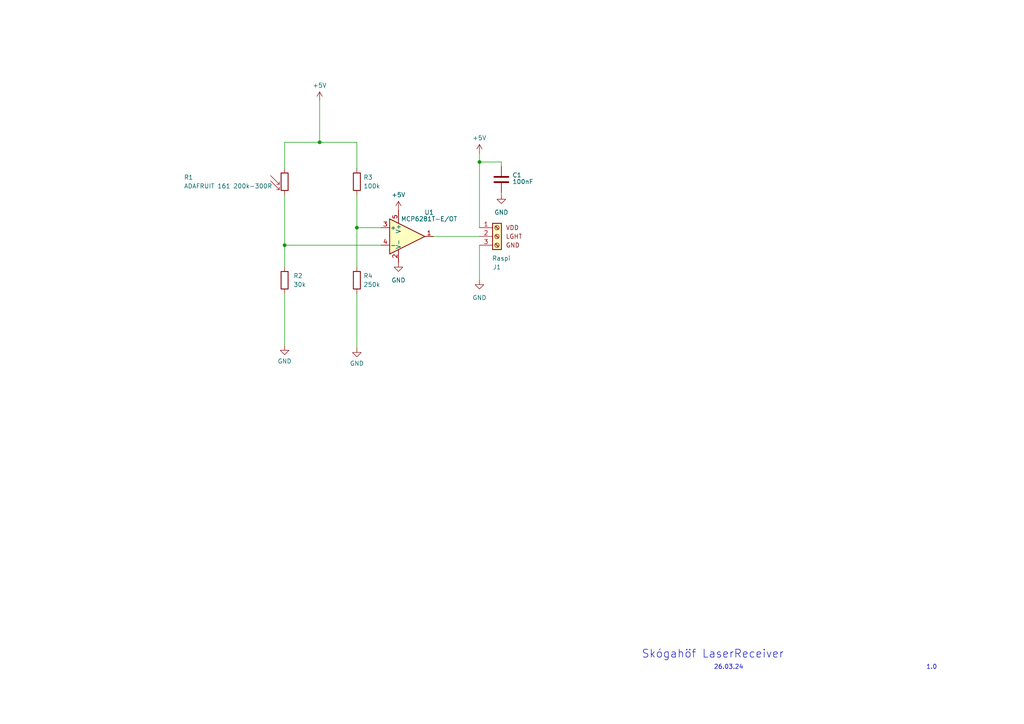
<source format=kicad_sch>
(kicad_sch (version 20230121) (generator eeschema)
  (paper "A4")
  (lib_symbols
    (symbol "Amplifier_Operational:MCP6L01x-xOT" (pin_names (offset 0.127))
      (property "Reference" "U" (at -1.27 6.35 0))
      (property "Value" "MCP6L01x-xOT" (at -1.27 3.81 0))
      (symbol "MCP6L01x-xOT_0_1"
        (polyline (pts (xy -5.08 5.08) (xy 5.08 0) (xy -5.08 -5.08) (xy -5.08 5.08)) (stroke (width 0.254)) (fill (type background)))
        (pin power_in line (at -2.54 -7.62 90) (length 3.81) (name "V-") (number "2"))
        (pin power_in line (at -2.54 7.62 270) (length 3.81) (name "V+") (number "5"))
      )
      (symbol "MCP6L01x-xOT_1_1"
        (pin output line (at 7.62 0 180) (length 2.54) (name "~") (number "1"))
        (pin input line (at -7.62 2.54 0) (length 2.54) (name "+") (number "3"))
        (pin input line (at -7.62 -2.54 0) (length 2.54) (name "-") (number "4"))
      )
    )
    (symbol "Connector:Screw_Terminal_01x03" (pin_names (offset 1.016) hide)
      (property "Reference" "J1" (at 0 -8.89 0))
      (property "Value" "Raspi" (at 1.27 -6.35 0))
      (symbol "Screw_Terminal_01x03_1_1"
        (rectangle (start -1.27 3.81) (end 1.27 -3.81) (stroke (width 0.254)) (fill (type background)))
        (circle (center 0 -2.54) (radius 0.635) (stroke (width 0.1524)))
        (polyline (pts (xy -0.5334 -2.2098) (xy 0.3302 -3.048)) (stroke (width 0.1524)))
        (polyline (pts (xy -0.5334 0.3302) (xy 0.3302 -0.508)) (stroke (width 0.1524)))
        (polyline (pts (xy -0.5334 2.8702) (xy 0.3302 2.032)) (stroke (width 0.1524)))
        (polyline (pts (xy -0.3556 -2.032) (xy 0.508 -2.8702)) (stroke (width 0.1524)))
        (polyline (pts (xy -0.3556 0.508) (xy 0.508 -0.3302)) (stroke (width 0.1524)))
        (polyline (pts (xy -0.3556 3.048) (xy 0.508 2.2098)) (stroke (width 0.1524)))
        (circle (center 0 0) (radius 0.635) (stroke (width 0.1524)))
        (circle (center 0 2.54) (radius 0.635) (stroke (width 0.1524)))
        (text "GND" (at 2.54 -2.54 0) (effects (font (size 1.27 1.27)) (justify left)))
        (text "LGHT" (at 2.54 0 0) (effects (font (size 1.27 1.27)) (justify left)))
        (text "VDD" (at 2.54 2.54 0) (effects (font (size 1.27 1.27)) (justify left)))
        (pin passive line (at -5.08 2.54 0) (length 3.81) (name "Pin_1") (number "1"))
        (pin passive line (at -5.08 0 0) (length 3.81) (name "Pin_2") (number "2"))
        (pin passive line (at -5.08 -2.54 0) (length 3.81) (name "Pin_3") (number "3"))
      )
    )
    (symbol "Device:C" (pin_numbers hide) (pin_names (offset 0.254))
      (property "Reference" "C" (at 0.635 2.54 0))
      (property "Value" "C" (at 0.635 -2.54 0))
      (symbol "C_0_1"
        (polyline (pts (xy -2.032 -0.762) (xy 2.032 -0.762)) (stroke (width 0.508)))
        (polyline (pts (xy -2.032 0.762) (xy 2.032 0.762)) (stroke (width 0.508)))
      )
      (symbol "C_1_1"
        (pin passive line (at 0 3.81 270) (length 2.794) (name "~") (number "1"))
        (pin passive line (at 0 -3.81 90) (length 2.794) (name "~") (number "2"))
      )
    )
    (symbol "Device:R" (pin_numbers hide) (pin_names (offset 0))
      (property "Reference" "R" (at 2.032 0 90))
      (property "Value" "R" (at 0 0 90))
      (symbol "R_0_1"
        (rectangle (start -1.016 -2.54) (end 1.016 2.54) (stroke (width 0.254)))
      )
      (symbol "R_1_1"
        (pin passive line (at 0 3.81 270) (length 1.27) (name "~") (number "1"))
        (pin passive line (at 0 -3.81 90) (length 1.27) (name "~") (number "2"))
      )
    )
    (symbol "Device:R_Photo" (pin_numbers hide) (pin_names (offset 0))
      (property "Reference" "R" (at 1.27 1.27 0))
      (property "Value" "R_Photo" (at 1.27 0 0))
      (symbol "R_Photo_0_1"
        (rectangle (start -1.016 2.54) (end 1.016 -2.54) (stroke (width 0.254)))
        (polyline (pts (xy -1.524 -2.286) (xy -4.064 0.254)))
        (polyline (pts (xy -1.524 -2.286) (xy -2.286 -2.286)))
        (polyline (pts (xy -1.524 -2.286) (xy -1.524 -1.524)))
        (polyline (pts (xy -1.524 -0.762) (xy -4.064 1.778)))
        (polyline (pts (xy -1.524 -0.762) (xy -2.286 -0.762)))
        (polyline (pts (xy -1.524 -0.762) (xy -1.524 0)))
      )
      (symbol "R_Photo_1_1"
        (pin passive line (at 0 3.81 270) (length 1.27) (name "~") (number "1"))
        (pin passive line (at 0 -3.81 90) (length 1.27) (name "~") (number "2"))
      )
    )
    (symbol "power:+5V" (power) (pin_names (offset 0))
      (property "Value" "+5V" (at 0 3.556 0))
      (symbol "+5V_0_1"
        (polyline (pts (xy -0.762 1.27) (xy 0 2.54)))
        (polyline (pts (xy 0 0) (xy 0 2.54)))
        (polyline (pts (xy 0 2.54) (xy 0.762 1.27)))
      )
      (symbol "+5V_1_1"
        (pin power_in line (at 0 0 90) (length 0) hide (name "+5V") (number "1"))
      )
    )
    (symbol "power:GND" (power) (pin_names (offset 0))
      (property "Value" "GND" (at 0 -3.81 0))
      (symbol "GND_0_1"
        (polyline (pts (xy 0 0) (xy 0 -1.27) (xy 1.27 -1.27) (xy 0 -2.54) (xy -1.27 -1.27) (xy 0 -1.27)))
      )
      (symbol "GND_1_1"
        (pin power_in line (at 0 0 270) (length 0) hide (name "GND") (number "1"))
      )
    )
  )
  (junction (at 92.71 41.275))
  (junction (at 82.55 71.12))
  (junction (at 103.505 66.04))
  (junction (at 139.065 46.99))
  (wire (pts (xy 139.065 44.45) (xy 139.065 46.99)))
  (wire (pts (xy 92.71 29.21) (xy 92.71 41.275)))
  (wire (pts (xy 82.55 41.275) (xy 82.55 48.895)))
  (wire (pts (xy 82.55 85.09) (xy 82.55 100.33)))
  (wire (pts (xy 103.505 66.04) (xy 110.49 66.04)))
  (wire (pts (xy 82.55 71.12) (xy 110.49 71.12)))
  (wire (pts (xy 139.065 46.99) (xy 145.415 46.99)))
  (wire (pts (xy 125.73 68.58) (xy 139.065 68.58)))
  (wire (pts (xy 92.71 41.275) (xy 103.505 41.275)))
  (wire (pts (xy 82.55 56.515) (xy 82.55 71.12)))
  (wire (pts (xy 103.505 48.895) (xy 103.505 41.275)))
  (wire (pts (xy 139.065 81.28) (xy 139.065 71.12)))
  (wire (pts (xy 103.505 56.515) (xy 103.505 66.04)))
  (wire (pts (xy 145.415 55.88) (xy 145.415 56.515)))
  (wire (pts (xy 103.505 66.04) (xy 103.505 77.47)))
  (wire (pts (xy 92.71 41.275) (xy 82.55 41.275)))
  (wire (pts (xy 82.55 71.12) (xy 82.55 77.47)))
  (wire (pts (xy 103.505 85.09) (xy 103.505 100.965)))
  (wire (pts (xy 139.065 46.99) (xy 139.065 66.04)))
  (wire (pts (xy 145.415 46.99) (xy 145.415 48.26)))
  (text "1.0\n" (at 268.605 194.31 0) (effects (font (size 1.27 1.27)) (justify left bottom)))
  (text "26.03.24" (at 207.01 194.31 0) (effects (font (size 1.27 1.27)) (justify left bottom)))
  (text "Skógahöf LaserReceiver" (at 186.055 191.135 0) (effects (font (size 2.3 2.3)) (justify left bottom)))
  (symbol (lib_id "Device:C") (at 145.415 52.07 0) (unit 1)
    (property "Reference" "C1" (at 148.59 50.8 0) (effects (justify left)))
    (property "Value" "100nF" (at 148.59 52.705 0) (effects (justify left)))
    (property "Footprint" "Capacitor_SMD:C_0805_2012Metric_Pad1.18x1.45mm_HandSolder" (effects hide))
  )
  (symbol (lib_id "power:GND") (at 145.415 56.515 0) (unit 1)
    (property "Reference" "#PWR06" (effects hide))
    (property "Value" "GND" (at 145.415 61.595 0))
  )
  (symbol (lib_id "power:GND") (at 115.57 76.2 0) (unit 1)
    (property "Reference" "#PWR08" (effects hide))
    (property "Value" "GND" (at 115.57 81.28 0))
  )
  (symbol (lib_id "Device:R") (at 82.55 81.28 0) (unit 1)
    (property "Reference" "R2" (at 85.09 80.01 0) (effects (justify left)))
    (property "Value" "30k" (at 85.09 82.55 0) (effects (justify left)))
    (property "Footprint" "Resistor_SMD:R_0805_2012Metric_Pad1.20x1.40mm_HandSolder" (effects hide))
  )
  (symbol (lib_id "Device:R") (at 103.505 52.705 0) (unit 1)
    (property "Reference" "R3" (at 105.41 51.435 0) (effects (justify left)))
    (property "Value" "100k" (at 105.41 53.975 0) (effects (justify left)))
    (property "Footprint" "Resistor_SMD:R_0805_2012Metric_Pad1.20x1.40mm_HandSolder" (effects hide))
  )
  (symbol (lib_id "power:+5V") (at 92.71 29.21 0) (unit 1)
    (property "Reference" "#PWR03" (effects hide))
    (property "Value" "+5V" (at 92.71 24.765 0))
  )
  (symbol (lib_id "Device:R") (at 103.505 81.28 0) (unit 1)
    (property "Reference" "R4" (at 105.41 80.01 0) (effects (justify left)))
    (property "Value" "250k" (at 105.41 82.55 0) (effects (justify left)))
    (property "Footprint" "Resistor_SMD:R_0805_2012Metric_Pad1.20x1.40mm_HandSolder" (effects hide))
  )
  (symbol (lib_id "power:GND") (at 82.55 100.33 0) (unit 1)
    (property "Reference" "#PWR01" (effects hide))
    (property "Value" "GND" (at 82.55 104.775 0))
  )
  (symbol (lib_id "power:GND") (at 139.065 81.28 0) (unit 1)
    (property "Reference" "#PWR05" (effects hide))
    (property "Value" "GND" (at 139.065 86.36 0))
  )
  (symbol (lib_id "power:GND") (at 103.505 100.965 0) (unit 1)
    (property "Reference" "#PWR02" (effects hide))
    (property "Value" "GND" (at 103.505 105.41 0))
  )
  (symbol (lib_id "Device:R_Photo") (at 82.55 52.705 0) (unit 1)
    (property "Reference" "R1" (at 53.34 51.435 0) (effects (justify left)))
    (property "Value" "ADAFRUIT 161 200k-300R" (at 53.34 53.975 0) (effects (justify left)))
    (property "Footprint" "ADAFRUIT:XDCR_161" (effects hide))
  )
  (symbol (lib_id "power:+5V") (at 139.065 44.45 0) (unit 1)
    (property "Reference" "#PWR04" (effects hide))
    (property "Value" "+5V" (at 139.065 40.005 0))
  )
  (symbol (lib_id "Connector:Screw_Terminal_01x03") (at 144.145 68.58 0) (unit 1)
    (property "Reference" "J1" (at 144.145 77.47 0))
    (property "Value" "Raspi" (at 145.415 74.93 0))
    (property "Footprint" "TerminalBlock_4Ucon:TerminalBlock_4Ucon_1x03_P3.50mm_Vertical" (effects hide))
  )
  (symbol (lib_id "Amplifier_Operational:MCP6L01x-xOT") (at 118.11 68.58 0) (unit 1)
    (property "Reference" "U1" (at 124.46 61.595 0))
    (property "Value" "MCP6281T-E/OT" (at 124.46 63.5 0))
    (property "Footprint" "Package_TO_SOT_SMD:SOT-23-5" (effects hide))
    (property "Datasheet" "http://ww1.microchip.com/downloads/en/devicedoc/22140b.pdf" (effects hide))
  )
  (symbol (lib_id "power:+5V") (at 115.57 60.96 0) (unit 1)
    (property "Reference" "#PWR07" (effects hide))
    (property "Value" "+5V" (at 115.57 56.515 0))
  )
)
</source>
